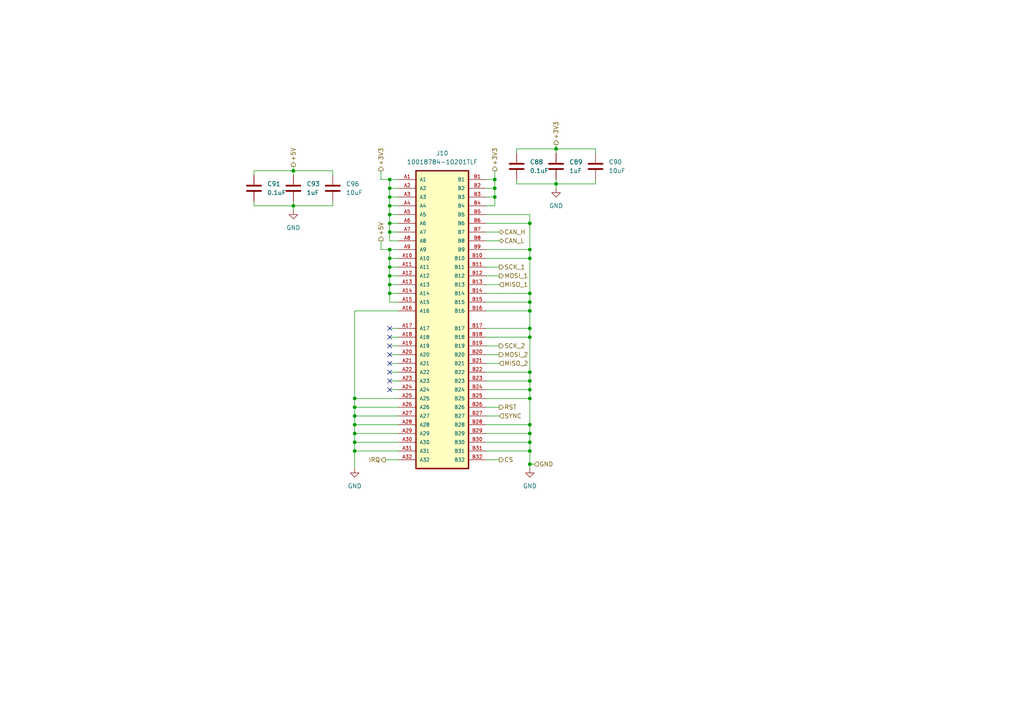
<source format=kicad_sch>
(kicad_sch (version 20250114) (generator "eeschema") (generator_version "9.0")
  (paper "A4")
  (lib_symbols
    (symbol "Connector:10018784-10201TLF" (pin_names (offset 1.016))
      (property "Reference" "J" (at -7.6348 45.8086 0))
      (property "Value" "10018784-10201TLF" (at -7.6251 -48.2925 0))
      (symbol "10018784-10201TLF_0_0"
        (rectangle (start -7.62 -43.18) (end 7.62 43.18) (stroke (width 0.4064)) (fill (type background)))
        (pin passive line (at -12.7 40.64 0) (length 5.08) (name "A1") (number "A1"))
        (pin passive line (at -12.7 38.1 0) (length 5.08) (name "A2") (number "A2"))
        (pin passive line (at -12.7 35.56 0) (length 5.08) (name "A3") (number "A3"))
        (pin passive line (at -12.7 33.02 0) (length 5.08) (name "A4") (number "A4"))
        (pin passive line (at -12.7 30.48 0) (length 5.08) (name "A5") (number "A5"))
        (pin passive line (at -12.7 27.94 0) (length 5.08) (name "A6") (number "A6"))
        (pin passive line (at -12.7 25.4 0) (length 5.08) (name "A7") (number "A7"))
        (pin passive line (at -12.7 22.86 0) (length 5.08) (name "A8") (number "A8"))
        (pin passive line (at -12.7 20.32 0) (length 5.08) (name "A9") (number "A9"))
        (pin passive line (at -12.7 17.78 0) (length 5.08) (name "A10") (number "A10"))
        (pin passive line (at -12.7 15.24 0) (length 5.08) (name "A11") (number "A11"))
        (pin passive line (at -12.7 12.7 0) (length 5.08) (name "A12") (number "A12"))
        (pin passive line (at -12.7 10.16 0) (length 5.08) (name "A13") (number "A13"))
        (pin passive line (at -12.7 7.62 0) (length 5.08) (name "A14") (number "A14"))
        (pin passive line (at -12.7 5.08 0) (length 5.08) (name "A15") (number "A15"))
        (pin passive line (at -12.7 2.54 0) (length 5.08) (name "A16") (number "A16"))
        (pin passive line (at -12.7 -2.54 0) (length 5.08) (name "A17") (number "A17"))
        (pin passive line (at -12.7 -5.08 0) (length 5.08) (name "A18") (number "A18"))
        (pin passive line (at -12.7 -7.62 0) (length 5.08) (name "A19") (number "A19"))
        (pin passive line (at -12.7 -10.16 0) (length 5.08) (name "A20") (number "A20"))
        (pin passive line (at -12.7 -12.7 0) (length 5.08) (name "A21") (number "A21"))
        (pin passive line (at -12.7 -15.24 0) (length 5.08) (name "A22") (number "A22"))
        (pin passive line (at -12.7 -17.78 0) (length 5.08) (name "A23") (number "A23"))
        (pin passive line (at -12.7 -20.32 0) (length 5.08) (name "A24") (number "A24"))
        (pin passive line (at -12.7 -22.86 0) (length 5.08) (name "A25") (number "A25"))
        (pin passive line (at -12.7 -25.4 0) (length 5.08) (name "A26") (number "A26"))
        (pin passive line (at -12.7 -27.94 0) (length 5.08) (name "A27") (number "A27"))
        (pin passive line (at -12.7 -30.48 0) (length 5.08) (name "A28") (number "A28"))
        (pin passive line (at -12.7 -33.02 0) (length 5.08) (name "A29") (number "A29"))
        (pin passive line (at -12.7 -35.56 0) (length 5.08) (name "A30") (number "A30"))
        (pin passive line (at -12.7 -38.1 0) (length 5.08) (name "A31") (number "A31"))
        (pin passive line (at -12.7 -40.64 0) (length 5.08) (name "A32") (number "A32"))
        (pin passive line (at 12.7 40.64 180) (length 5.08) (name "B1") (number "B1"))
        (pin passive line (at 12.7 38.1 180) (length 5.08) (name "B2") (number "B2"))
        (pin passive line (at 12.7 35.56 180) (length 5.08) (name "B3") (number "B3"))
        (pin passive line (at 12.7 33.02 180) (length 5.08) (name "B4") (number "B4"))
        (pin passive line (at 12.7 30.48 180) (length 5.08) (name "B5") (number "B5"))
        (pin passive line (at 12.7 27.94 180) (length 5.08) (name "B6") (number "B6"))
        (pin passive line (at 12.7 25.4 180) (length 5.08) (name "B7") (number "B7"))
        (pin passive line (at 12.7 22.86 180) (length 5.08) (name "B8") (number "B8"))
        (pin passive line (at 12.7 20.32 180) (length 5.08) (name "B9") (number "B9"))
        (pin passive line (at 12.7 17.78 180) (length 5.08) (name "B10") (number "B10"))
        (pin passive line (at 12.7 15.24 180) (length 5.08) (name "B11") (number "B11"))
        (pin passive line (at 12.7 12.7 180) (length 5.08) (name "B12") (number "B12"))
        (pin passive line (at 12.7 10.16 180) (length 5.08) (name "B13") (number "B13"))
        (pin passive line (at 12.7 7.62 180) (length 5.08) (name "B14") (number "B14"))
        (pin passive line (at 12.7 5.08 180) (length 5.08) (name "B15") (number "B15"))
        (pin passive line (at 12.7 2.54 180) (length 5.08) (name "B16") (number "B16"))
        (pin passive line (at 12.7 -2.54 180) (length 5.08) (name "B17") (number "B17"))
        (pin passive line (at 12.7 -5.08 180) (length 5.08) (name "B18") (number "B18"))
        (pin passive line (at 12.7 -7.62 180) (length 5.08) (name "B19") (number "B19"))
        (pin passive line (at 12.7 -10.16 180) (length 5.08) (name "B20") (number "B20"))
        (pin passive line (at 12.7 -12.7 180) (length 5.08) (name "B21") (number "B21"))
        (pin passive line (at 12.7 -15.24 180) (length 5.08) (name "B22") (number "B22"))
        (pin passive line (at 12.7 -17.78 180) (length 5.08) (name "B23") (number "B23"))
        (pin passive line (at 12.7 -20.32 180) (length 5.08) (name "B24") (number "B24"))
        (pin passive line (at 12.7 -22.86 180) (length 5.08) (name "B25") (number "B25"))
        (pin passive line (at 12.7 -25.4 180) (length 5.08) (name "B26") (number "B26"))
        (pin passive line (at 12.7 -27.94 180) (length 5.08) (name "B27") (number "B27"))
        (pin passive line (at 12.7 -30.48 180) (length 5.08) (name "B28") (number "B28"))
        (pin passive line (at 12.7 -33.02 180) (length 5.08) (name "B29") (number "B29"))
        (pin passive line (at 12.7 -35.56 180) (length 5.08) (name "B30") (number "B30"))
        (pin passive line (at 12.7 -38.1 180) (length 5.08) (name "B31") (number "B31"))
        (pin passive line (at 12.7 -40.64 180) (length 5.08) (name "B32") (number "B32"))
      )
    )
    (symbol "Device:C" (pin_numbers (hide yes)) (pin_names (offset 0.254))
      (property "Reference" "C" (at 0.635 2.54 0))
      (property "Value" "C" (at 0.635 -2.54 0))
      (symbol "C_0_1"
        (polyline (pts (xy -2.032 0.762) (xy 2.032 0.762)) (stroke (width 0.508)))
        (polyline (pts (xy -2.032 -0.762) (xy 2.032 -0.762)) (stroke (width 0.508)))
      )
      (symbol "C_1_1"
        (pin passive line (at 0 3.81 270) (length 2.794) (name "~") (number "1"))
        (pin passive line (at 0 -3.81 90) (length 2.794) (name "~") (number "2"))
      )
    )
    (symbol "power:GND" (power) (pin_numbers (hide yes)) (pin_names (offset 0) (hide yes))
      (property "Value" "GND" (at 0 -3.81 0))
      (symbol "GND_0_1"
        (polyline (pts (xy 0 0) (xy 0 -1.27) (xy 1.27 -1.27) (xy 0 -2.54) (xy -1.27 -1.27) (xy 0 -1.27)))
      )
      (symbol "GND_1_1"
        (pin power_in line (at 0 0 270) (length 0) (name "~") (number "1"))
      )
    )
  )
  (junction (at 153.67 134.62))
  (junction (at 153.67 74.93))
  (junction (at 102.87 125.73))
  (junction (at 102.87 115.57))
  (junction (at 113.03 57.15))
  (junction (at 113.03 64.77))
  (junction (at 143.51 54.61))
  (junction (at 113.03 74.93))
  (junction (at 161.29 43.18))
  (junction (at 102.87 118.11))
  (junction (at 85.09 59.69))
  (junction (at 113.03 54.61))
  (junction (at 113.03 72.39))
  (junction (at 153.67 90.17))
  (junction (at 113.03 80.01))
  (junction (at 143.51 57.15))
  (junction (at 113.03 82.55))
  (junction (at 153.67 107.95))
  (junction (at 153.67 125.73))
  (junction (at 102.87 128.27))
  (junction (at 161.29 53.34))
  (junction (at 113.03 62.23))
  (junction (at 102.87 123.19))
  (junction (at 153.67 123.19))
  (junction (at 113.03 67.31))
  (junction (at 153.67 128.27))
  (junction (at 153.67 113.03))
  (junction (at 153.67 115.57))
  (junction (at 113.03 85.09))
  (junction (at 153.67 110.49))
  (junction (at 153.67 64.77))
  (junction (at 153.67 130.81))
  (junction (at 153.67 97.79))
  (junction (at 85.09 49.53))
  (junction (at 102.87 120.65))
  (junction (at 113.03 77.47))
  (junction (at 153.67 72.39))
  (junction (at 113.03 52.07))
  (junction (at 153.67 87.63))
  (junction (at 153.67 95.25))
  (junction (at 153.67 85.09))
  (junction (at 143.51 52.07))
  (junction (at 102.87 130.81))
  (junction (at 113.03 59.69))
  (no_connect (at 113.03 110.49))
  (no_connect (at 113.03 113.03))
  (no_connect (at 113.03 105.41))
  (no_connect (at 113.03 100.33))
  (no_connect (at 113.03 95.25))
  (no_connect (at 113.03 102.87))
  (no_connect (at 113.03 97.79))
  (no_connect (at 113.03 107.95))
  (wire (pts (xy 115.57 72.39) (xy 113.03 72.39)))
  (wire (pts (xy 144.78 133.35) (xy 140.97 133.35)))
  (wire (pts (xy 143.51 54.61) (xy 143.51 57.15)))
  (wire (pts (xy 115.57 54.61) (xy 113.03 54.61)))
  (wire (pts (xy 113.03 54.61) (xy 113.03 57.15)))
  (wire (pts (xy 113.03 82.55) (xy 113.03 85.09)))
  (wire (pts (xy 172.72 52.07) (xy 172.72 53.34)))
  (wire (pts (xy 113.03 100.33) (xy 115.57 100.33)))
  (wire (pts (xy 143.51 57.15) (xy 143.51 59.69)))
  (wire (pts (xy 143.51 52.07) (xy 140.97 52.07)))
  (wire (pts (xy 73.66 58.42) (xy 73.66 59.69)))
  (wire (pts (xy 161.29 43.18) (xy 172.72 43.18)))
  (wire (pts (xy 140.97 130.81) (xy 153.67 130.81)))
  (wire (pts (xy 140.97 107.95) (xy 153.67 107.95)))
  (wire (pts (xy 113.03 74.93) (xy 113.03 77.47)))
  (wire (pts (xy 161.29 43.18) (xy 161.29 44.45)))
  (wire (pts (xy 153.67 74.93) (xy 140.97 74.93)))
  (wire (pts (xy 172.72 43.18) (xy 172.72 44.45)))
  (wire (pts (xy 144.78 67.31) (xy 140.97 67.31)))
  (wire (pts (xy 85.09 49.53) (xy 96.52 49.53)))
  (wire (pts (xy 102.87 128.27) (xy 115.57 128.27)))
  (wire (pts (xy 115.57 67.31) (xy 113.03 67.31)))
  (wire (pts (xy 85.09 59.69) (xy 85.09 60.96)))
  (wire (pts (xy 113.03 57.15) (xy 113.03 59.69)))
  (wire (pts (xy 113.03 107.95) (xy 115.57 107.95)))
  (wire (pts (xy 113.03 72.39) (xy 113.03 74.93)))
  (wire (pts (xy 113.03 77.47) (xy 113.03 80.01)))
  (wire (pts (xy 144.78 82.55) (xy 140.97 82.55)))
  (wire (pts (xy 102.87 128.27) (xy 102.87 130.81)))
  (wire (pts (xy 73.66 49.53) (xy 85.09 49.53)))
  (wire (pts (xy 115.57 59.69) (xy 113.03 59.69)))
  (wire (pts (xy 115.57 85.09) (xy 113.03 85.09)))
  (wire (pts (xy 115.57 77.47) (xy 113.03 77.47)))
  (wire (pts (xy 113.03 97.79) (xy 115.57 97.79)))
  (wire (pts (xy 73.66 50.8) (xy 73.66 49.53)))
  (wire (pts (xy 113.03 64.77) (xy 113.03 67.31)))
  (wire (pts (xy 102.87 130.81) (xy 102.87 135.89)))
  (wire (pts (xy 153.67 110.49) (xy 140.97 110.49)))
  (wire (pts (xy 113.03 62.23) (xy 113.03 64.77)))
  (wire (pts (xy 110.49 52.07) (xy 113.03 52.07)))
  (wire (pts (xy 153.67 115.57) (xy 153.67 123.19)))
  (wire (pts (xy 153.67 113.03) (xy 153.67 115.57)))
  (wire (pts (xy 143.51 54.61) (xy 140.97 54.61)))
  (wire (pts (xy 102.87 118.11) (xy 102.87 120.65)))
  (wire (pts (xy 153.67 90.17) (xy 140.97 90.17)))
  (wire (pts (xy 85.09 59.69) (xy 96.52 59.69)))
  (wire (pts (xy 149.86 43.18) (xy 161.29 43.18)))
  (wire (pts (xy 102.87 125.73) (xy 102.87 128.27)))
  (wire (pts (xy 149.86 53.34) (xy 161.29 53.34)))
  (wire (pts (xy 140.97 128.27) (xy 153.67 128.27)))
  (wire (pts (xy 140.97 123.19) (xy 153.67 123.19)))
  (wire (pts (xy 73.66 59.69) (xy 85.09 59.69)))
  (wire (pts (xy 153.67 125.73) (xy 153.67 128.27)))
  (wire (pts (xy 144.78 120.65) (xy 140.97 120.65)))
  (wire (pts (xy 140.97 125.73) (xy 153.67 125.73)))
  (wire (pts (xy 143.51 52.07) (xy 143.51 54.61)))
  (wire (pts (xy 153.67 62.23) (xy 153.67 64.77)))
  (wire (pts (xy 85.09 49.53) (xy 85.09 50.8)))
  (wire (pts (xy 161.29 52.07) (xy 161.29 53.34)))
  (wire (pts (xy 96.52 58.42) (xy 96.52 59.69)))
  (wire (pts (xy 115.57 62.23) (xy 113.03 62.23)))
  (wire (pts (xy 102.87 125.73) (xy 115.57 125.73)))
  (wire (pts (xy 153.67 134.62) (xy 153.67 135.89)))
  (wire (pts (xy 140.97 62.23) (xy 153.67 62.23)))
  (wire (pts (xy 113.03 72.39) (xy 110.49 72.39)))
  (wire (pts (xy 113.03 85.09) (xy 113.03 87.63)))
  (wire (pts (xy 161.29 41.91) (xy 161.29 43.18)))
  (wire (pts (xy 144.78 102.87) (xy 140.97 102.87)))
  (wire (pts (xy 113.03 102.87) (xy 115.57 102.87)))
  (wire (pts (xy 85.09 48.26) (xy 85.09 49.53)))
  (wire (pts (xy 144.78 77.47) (xy 140.97 77.47)))
  (wire (pts (xy 113.03 110.49) (xy 115.57 110.49)))
  (wire (pts (xy 113.03 59.69) (xy 113.03 62.23)))
  (wire (pts (xy 144.78 100.33) (xy 140.97 100.33)))
  (wire (pts (xy 115.57 74.93) (xy 113.03 74.93)))
  (wire (pts (xy 143.51 49.53) (xy 143.51 52.07)))
  (wire (pts (xy 153.67 130.81) (xy 153.67 134.62)))
  (wire (pts (xy 102.87 118.11) (xy 115.57 118.11)))
  (wire (pts (xy 153.67 128.27) (xy 153.67 130.81)))
  (wire (pts (xy 115.57 133.35) (xy 111.76 133.35)))
  (wire (pts (xy 113.03 80.01) (xy 113.03 82.55)))
  (wire (pts (xy 140.97 115.57) (xy 153.67 115.57)))
  (wire (pts (xy 102.87 123.19) (xy 102.87 125.73)))
  (wire (pts (xy 140.97 85.09) (xy 153.67 85.09)))
  (wire (pts (xy 115.57 90.17) (xy 102.87 90.17)))
  (wire (pts (xy 113.03 52.07) (xy 113.03 54.61)))
  (wire (pts (xy 102.87 115.57) (xy 102.87 118.11)))
  (wire (pts (xy 153.67 113.03) (xy 153.67 110.49)))
  (wire (pts (xy 153.67 85.09) (xy 153.67 87.63)))
  (wire (pts (xy 161.29 53.34) (xy 161.29 54.61)))
  (wire (pts (xy 153.67 72.39) (xy 153.67 74.93)))
  (wire (pts (xy 115.57 80.01) (xy 113.03 80.01)))
  (wire (pts (xy 110.49 49.53) (xy 110.49 52.07)))
  (wire (pts (xy 115.57 82.55) (xy 113.03 82.55)))
  (wire (pts (xy 153.67 95.25) (xy 153.67 97.79)))
  (wire (pts (xy 149.86 44.45) (xy 149.86 43.18)))
  (wire (pts (xy 113.03 95.25) (xy 115.57 95.25)))
  (wire (pts (xy 113.03 105.41) (xy 115.57 105.41)))
  (wire (pts (xy 140.97 64.77) (xy 153.67 64.77)))
  (wire (pts (xy 161.29 53.34) (xy 172.72 53.34)))
  (wire (pts (xy 153.67 97.79) (xy 140.97 97.79)))
  (wire (pts (xy 102.87 115.57) (xy 115.57 115.57)))
  (wire (pts (xy 140.97 59.69) (xy 143.51 59.69)))
  (wire (pts (xy 85.09 58.42) (xy 85.09 59.69)))
  (wire (pts (xy 153.67 107.95) (xy 153.67 110.49)))
  (wire (pts (xy 102.87 123.19) (xy 115.57 123.19)))
  (wire (pts (xy 153.67 134.62) (xy 154.94 134.62)))
  (wire (pts (xy 113.03 113.03) (xy 115.57 113.03)))
  (wire (pts (xy 115.57 87.63) (xy 113.03 87.63)))
  (wire (pts (xy 153.67 113.03) (xy 140.97 113.03)))
  (wire (pts (xy 102.87 130.81) (xy 115.57 130.81)))
  (wire (pts (xy 115.57 69.85) (xy 113.03 69.85)))
  (wire (pts (xy 153.67 64.77) (xy 153.67 72.39)))
  (wire (pts (xy 153.67 72.39) (xy 140.97 72.39)))
  (wire (pts (xy 153.67 123.19) (xy 153.67 125.73)))
  (wire (pts (xy 113.03 67.31) (xy 113.03 69.85)))
  (wire (pts (xy 153.67 87.63) (xy 153.67 90.17)))
  (wire (pts (xy 149.86 52.07) (xy 149.86 53.34)))
  (wire (pts (xy 153.67 97.79) (xy 153.67 107.95)))
  (wire (pts (xy 144.78 105.41) (xy 140.97 105.41)))
  (wire (pts (xy 102.87 120.65) (xy 102.87 123.19)))
  (wire (pts (xy 102.87 120.65) (xy 115.57 120.65)))
  (wire (pts (xy 96.52 49.53) (xy 96.52 50.8)))
  (wire (pts (xy 143.51 57.15) (xy 140.97 57.15)))
  (wire (pts (xy 110.49 69.85) (xy 110.49 72.39)))
  (wire (pts (xy 153.67 87.63) (xy 140.97 87.63)))
  (wire (pts (xy 153.67 74.93) (xy 153.67 85.09)))
  (wire (pts (xy 153.67 90.17) (xy 153.67 95.25)))
  (wire (pts (xy 153.67 95.25) (xy 140.97 95.25)))
  (wire (pts (xy 115.57 52.07) (xy 113.03 52.07)))
  (wire (pts (xy 144.78 69.85) (xy 140.97 69.85)))
  (wire (pts (xy 115.57 64.77) (xy 113.03 64.77)))
  (wire (pts (xy 102.87 90.17) (xy 102.87 115.57)))
  (wire (pts (xy 115.57 57.15) (xy 113.03 57.15)))
  (wire (pts (xy 144.78 118.11) (xy 140.97 118.11)))
  (wire (pts (xy 144.78 80.01) (xy 140.97 80.01)))
  (hierarchical_label "IRQ" (shape output) (at 111.76 133.35 180))
  (hierarchical_label "+3V3" (shape output) (at 110.49 49.53 90))
  (hierarchical_label "SCK_1" (shape output) (at 144.78 77.47 0))
  (hierarchical_label "CAN_L" (shape bidirectional) (at 144.78 69.85 0))
  (hierarchical_label "+5V" (shape output) (at 110.49 69.85 90))
  (hierarchical_label "MISO_1" (shape input) (at 144.78 82.55 0))
  (hierarchical_label "+3V3" (shape output) (at 161.29 41.91 90))
  (hierarchical_label "GND" (shape input) (at 154.94 134.62 0))
  (hierarchical_label "RST" (shape output) (at 144.78 118.11 0))
  (hierarchical_label "SYNC" (shape input) (at 144.78 120.65 0))
  (hierarchical_label "CAN_H" (shape bidirectional) (at 144.78 67.31 0))
  (hierarchical_label "MISO_2" (shape input) (at 144.78 105.41 0))
  (hierarchical_label "MOSI_1" (shape output) (at 144.78 80.01 0))
  (hierarchical_label "+5V" (shape output) (at 85.09 48.26 90))
  (hierarchical_label "CS" (shape output) (at 144.78 133.35 0))
  (hierarchical_label "SCK_2" (shape output) (at 144.78 100.33 0))
  (hierarchical_label "MOSI_2" (shape output) (at 144.78 102.87 0))
  (hierarchical_label "+3V3" (shape output) (at 143.51 49.53 90))
  (symbol (lib_id "power:GND") (at 161.29 54.61 0) (unit 1)
    (property "Reference" "#PWR026" (effects (hide yes)))
    (property "Value" "GND" (at 161.29 59.69 0))
    (property "Description" "Power symbol creates a global label with name \"GND\" , ground" (effects (hide yes)))
  )
  (symbol (lib_id "power:GND") (at 102.87 135.89 0) (unit 1)
    (property "Reference" "#PWR023" (effects (hide yes)))
    (property "Value" "GND" (at 102.87 140.97 0))
    (property "Description" "Power symbol creates a global label with name \"GND\" , ground" (effects (hide yes)))
  )
  (symbol (lib_id "Connector:10018784-10201TLF") (at 128.27 92.71 0) (unit 1)
    (property "Reference" "J10" (at 128.27 44.45 0))
    (property "Value" "10018784-10201TLF" (at 128.27 46.99 0))
    (property "Footprint" "Connector_PCBEdge:BUS_PCIexpress_x4" (effects (hide yes)))
    (property "PARTREV" "A" (effects (hide yes)))
    (property "STANDARD" "MANUFACTURER RECOMMENDATIONS" (effects (hide yes)))
    (property "MANUFACTURER" "AMPHENOL" (effects (hide yes)))
  )
  (symbol (lib_id "Device:C") (at 172.72 48.26 0) (unit 1)
    (property "Reference" "C90" (at 176.53 46.9899 0) (effects (justify left)))
    (property "Value" "10uF" (at 176.53 49.5299 0) (effects (justify left)))
    (property "Footprint" "Capacitor_SMD:CP_Elec_6.3x5.9" (effects (hide yes)))
    (property "Description" "Unpolarized capacitor" (effects (hide yes)))
  )
  (symbol (lib_id "Device:C") (at 73.66 54.61 0) (unit 1)
    (property "Reference" "C91" (at 77.47 53.3399 0) (effects (justify left)))
    (property "Value" "0.1uF" (at 77.47 55.8799 0) (effects (justify left)))
    (property "Footprint" "Capacitor_SMD:C_0805_2012Metric" (effects (hide yes)))
    (property "Description" "Unpolarized capacitor" (effects (hide yes)))
  )
  (symbol (lib_id "power:GND") (at 153.67 135.89 0) (unit 1)
    (property "Reference" "#PWR027" (effects (hide yes)))
    (property "Value" "GND" (at 153.67 140.97 0))
    (property "Description" "Power symbol creates a global label with name \"GND\" , ground" (effects (hide yes)))
  )
  (symbol (lib_id "Device:C") (at 161.29 48.26 0) (unit 1)
    (property "Reference" "C89" (at 165.1 46.9899 0) (effects (justify left)))
    (property "Value" "1uF" (at 165.1 49.5299 0) (effects (justify left)))
    (property "Footprint" "Capacitor_SMD:C_0805_2012Metric" (effects (hide yes)))
    (property "Description" "Unpolarized capacitor" (effects (hide yes)))
  )
  (symbol (lib_id "power:GND") (at 85.09 60.96 0) (unit 1)
    (property "Reference" "#PWR025" (effects (hide yes)))
    (property "Value" "GND" (at 85.09 66.04 0))
    (property "Description" "Power symbol creates a global label with name \"GND\" , ground" (effects (hide yes)))
  )
  (symbol (lib_id "Device:C") (at 149.86 48.26 0) (unit 1)
    (property "Reference" "C88" (at 153.67 46.9899 0) (effects (justify left)))
    (property "Value" "0.1uF" (at 153.67 49.5299 0) (effects (justify left)))
    (property "Footprint" "Capacitor_SMD:C_0805_2012Metric" (effects (hide yes)))
    (property "Description" "Unpolarized capacitor" (effects (hide yes)))
  )
  (symbol (lib_id "Device:C") (at 85.09 54.61 0) (unit 1)
    (property "Reference" "C93" (at 88.9 53.3399 0) (effects (justify left)))
    (property "Value" "1uF" (at 88.9 55.8799 0) (effects (justify left)))
    (property "Footprint" "Capacitor_SMD:C_0805_2012Metric" (effects (hide yes)))
    (property "Description" "Unpolarized capacitor" (effects (hide yes)))
  )
  (symbol (lib_id "Device:C") (at 96.52 54.61 0) (unit 1)
    (property "Reference" "C96" (at 100.33 53.3399 0) (effects (justify left)))
    (property "Value" "10uF" (at 100.33 55.8799 0) (effects (justify left)))
    (property "Footprint" "Capacitor_SMD:CP_Elec_6.3x5.9" (effects (hide yes)))
    (property "Description" "Unpolarized capacitor" (effects (hide yes)))
  )
)
</source>
